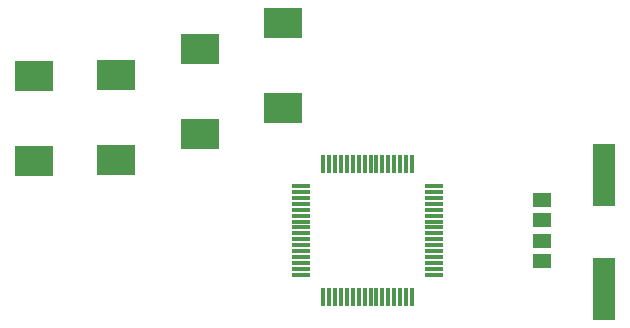
<source format=gtp>
G75*
G70*
%OFA0B0*%
%FSLAX24Y24*%
%IPPOS*%
%LPD*%
%AMOC8*
5,1,8,0,0,1.08239X$1,22.5*
%
%ADD10R,0.0630X0.0118*%
%ADD11R,0.0118X0.0630*%
%ADD12R,0.0760X0.2100*%
%ADD13R,0.0591X0.0512*%
%ADD14R,0.1260X0.1024*%
D10*
X011806Y004767D03*
X011806Y004963D03*
X011806Y005160D03*
X011806Y005357D03*
X011806Y005554D03*
X011806Y005751D03*
X011806Y005948D03*
X011806Y006145D03*
X011806Y006341D03*
X011806Y006538D03*
X011806Y006735D03*
X011806Y006932D03*
X011806Y007129D03*
X011806Y007326D03*
X011806Y007523D03*
X011806Y007719D03*
X016215Y007719D03*
X016215Y007523D03*
X016215Y007326D03*
X016215Y007129D03*
X016215Y006932D03*
X016215Y006735D03*
X016215Y006538D03*
X016215Y006341D03*
X016215Y006145D03*
X016215Y005948D03*
X016215Y005751D03*
X016215Y005554D03*
X016215Y005357D03*
X016215Y005160D03*
X016215Y004963D03*
X016215Y004767D03*
D11*
X015487Y004038D03*
X015290Y004038D03*
X015093Y004038D03*
X014897Y004038D03*
X014700Y004038D03*
X014503Y004038D03*
X014306Y004038D03*
X014109Y004038D03*
X013912Y004038D03*
X013715Y004038D03*
X013519Y004038D03*
X013322Y004038D03*
X013125Y004038D03*
X012928Y004038D03*
X012731Y004038D03*
X012534Y004038D03*
X012534Y008448D03*
X012731Y008448D03*
X012928Y008448D03*
X013125Y008448D03*
X013322Y008448D03*
X013519Y008448D03*
X013715Y008448D03*
X013912Y008448D03*
X014109Y008448D03*
X014306Y008448D03*
X014503Y008448D03*
X014700Y008448D03*
X014897Y008448D03*
X015093Y008448D03*
X015290Y008448D03*
X015487Y008448D03*
D12*
X021889Y008100D03*
X021889Y004300D03*
D13*
X019810Y005227D03*
X019810Y005897D03*
X019810Y006578D03*
X019810Y007247D03*
D14*
X011196Y010310D03*
X008420Y009467D03*
X005641Y008582D03*
X002889Y008558D03*
X002889Y011393D03*
X005641Y011416D03*
X008420Y012302D03*
X011196Y013145D03*
M02*

</source>
